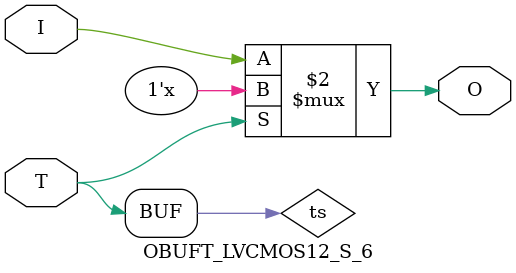
<source format=v>

/*

FUNCTION	: TRI-STATE OUTPUT BUFFER

*/

`celldefine
`timescale  100 ps / 10 ps

module OBUFT_LVCMOS12_S_6 (O, I, T);

    output O;

    input  I, T;

    or O1 (ts, 1'b0, T);
    bufif0 T1 (O, I, ts);

endmodule

</source>
